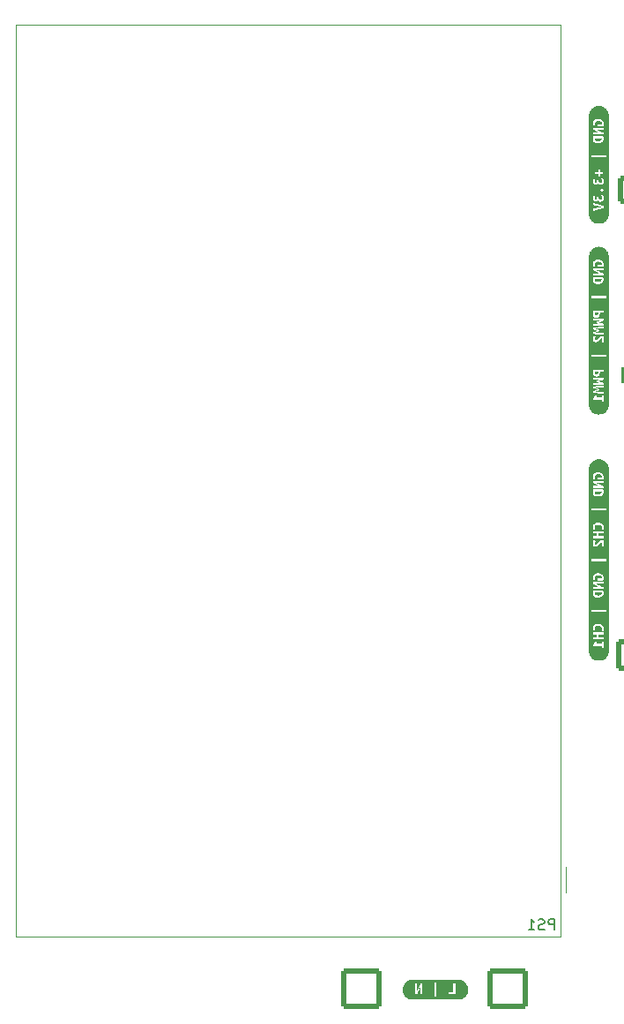
<source format=gbo>
G04 #@! TF.GenerationSoftware,KiCad,Pcbnew,8.0.6*
G04 #@! TF.CreationDate,2025-04-03T20:59:00+02:00*
G04 #@! TF.ProjectId,UV-Lamp,55562d4c-616d-4702-9e6b-696361645f70,v2.0*
G04 #@! TF.SameCoordinates,Original*
G04 #@! TF.FileFunction,Legend,Bot*
G04 #@! TF.FilePolarity,Positive*
%FSLAX46Y46*%
G04 Gerber Fmt 4.6, Leading zero omitted, Abs format (unit mm)*
G04 Created by KiCad (PCBNEW 8.0.6) date 2025-04-03 20:59:00*
%MOMM*%
%LPD*%
G01*
G04 APERTURE LIST*
G04 Aperture macros list*
%AMRoundRect*
0 Rectangle with rounded corners*
0 $1 Rounding radius*
0 $2 $3 $4 $5 $6 $7 $8 $9 X,Y pos of 4 corners*
0 Add a 4 corners polygon primitive as box body*
4,1,4,$2,$3,$4,$5,$6,$7,$8,$9,$2,$3,0*
0 Add four circle primitives for the rounded corners*
1,1,$1+$1,$2,$3*
1,1,$1+$1,$4,$5*
1,1,$1+$1,$6,$7*
1,1,$1+$1,$8,$9*
0 Add four rect primitives between the rounded corners*
20,1,$1+$1,$2,$3,$4,$5,0*
20,1,$1+$1,$4,$5,$6,$7,0*
20,1,$1+$1,$6,$7,$8,$9,0*
20,1,$1+$1,$8,$9,$2,$3,0*%
G04 Aperture macros list end*
%ADD10C,0.150000*%
%ADD11C,0.120000*%
%ADD12C,0.000000*%
%ADD13RoundRect,0.250002X-1.699998X-1.699998X1.699998X-1.699998X1.699998X1.699998X-1.699998X1.699998X0*%
%ADD14C,5.700000*%
%ADD15RoundRect,0.250000X1.125000X-1.125000X1.125000X1.125000X-1.125000X1.125000X-1.125000X-1.125000X0*%
%ADD16C,2.750000*%
%ADD17RoundRect,0.249999X1.300001X-1.300001X1.300001X1.300001X-1.300001X1.300001X-1.300001X-1.300001X0*%
%ADD18C,3.100000*%
%ADD19RoundRect,0.250001X0.799999X-0.799999X0.799999X0.799999X-0.799999X0.799999X-0.799999X-0.799999X0*%
%ADD20C,2.100000*%
%ADD21R,2.500000X2.500000*%
%ADD22C,2.500000*%
%ADD23C,4.000000*%
G04 APERTURE END LIST*
D10*
X159614285Y-143154819D02*
X159614285Y-142154819D01*
X159614285Y-142154819D02*
X159233333Y-142154819D01*
X159233333Y-142154819D02*
X159138095Y-142202438D01*
X159138095Y-142202438D02*
X159090476Y-142250057D01*
X159090476Y-142250057D02*
X159042857Y-142345295D01*
X159042857Y-142345295D02*
X159042857Y-142488152D01*
X159042857Y-142488152D02*
X159090476Y-142583390D01*
X159090476Y-142583390D02*
X159138095Y-142631009D01*
X159138095Y-142631009D02*
X159233333Y-142678628D01*
X159233333Y-142678628D02*
X159614285Y-142678628D01*
X158661904Y-143107200D02*
X158519047Y-143154819D01*
X158519047Y-143154819D02*
X158280952Y-143154819D01*
X158280952Y-143154819D02*
X158185714Y-143107200D01*
X158185714Y-143107200D02*
X158138095Y-143059580D01*
X158138095Y-143059580D02*
X158090476Y-142964342D01*
X158090476Y-142964342D02*
X158090476Y-142869104D01*
X158090476Y-142869104D02*
X158138095Y-142773866D01*
X158138095Y-142773866D02*
X158185714Y-142726247D01*
X158185714Y-142726247D02*
X158280952Y-142678628D01*
X158280952Y-142678628D02*
X158471428Y-142631009D01*
X158471428Y-142631009D02*
X158566666Y-142583390D01*
X158566666Y-142583390D02*
X158614285Y-142535771D01*
X158614285Y-142535771D02*
X158661904Y-142440533D01*
X158661904Y-142440533D02*
X158661904Y-142345295D01*
X158661904Y-142345295D02*
X158614285Y-142250057D01*
X158614285Y-142250057D02*
X158566666Y-142202438D01*
X158566666Y-142202438D02*
X158471428Y-142154819D01*
X158471428Y-142154819D02*
X158233333Y-142154819D01*
X158233333Y-142154819D02*
X158090476Y-142202438D01*
X157138095Y-143154819D02*
X157709523Y-143154819D01*
X157423809Y-143154819D02*
X157423809Y-142154819D01*
X157423809Y-142154819D02*
X157519047Y-142297676D01*
X157519047Y-142297676D02*
X157614285Y-142392914D01*
X157614285Y-142392914D02*
X157709523Y-142440533D01*
D11*
X107857500Y-56400000D02*
X107857500Y-143800000D01*
X107857500Y-143800000D02*
X160257500Y-143800000D01*
X160257500Y-56400000D02*
X107857500Y-56400000D01*
X160257500Y-143800000D02*
X160257500Y-56400000D01*
X160757500Y-137100000D02*
X160757500Y-139600000D01*
D12*
G36*
X150488928Y-147937506D02*
G01*
X150582812Y-147951432D01*
X150674880Y-147974494D01*
X150764243Y-148006469D01*
X150850042Y-148047049D01*
X150931451Y-148095843D01*
X151007685Y-148152382D01*
X151078010Y-148216121D01*
X151141748Y-148286446D01*
X151198287Y-148362680D01*
X151247082Y-148444088D01*
X151287662Y-148529887D01*
X151319636Y-148619251D01*
X151342698Y-148711318D01*
X151356625Y-148805203D01*
X151361282Y-148900000D01*
X151356625Y-148994797D01*
X151342698Y-149088682D01*
X151319636Y-149180749D01*
X151287662Y-149270113D01*
X151247082Y-149355912D01*
X151198287Y-149437320D01*
X151141748Y-149513554D01*
X151078010Y-149583879D01*
X151007685Y-149647618D01*
X150931451Y-149704157D01*
X150850042Y-149752951D01*
X150764243Y-149793531D01*
X150674880Y-149825506D01*
X150582812Y-149848568D01*
X150488928Y-149862494D01*
X150394130Y-149867151D01*
X150124879Y-149867151D01*
X149496446Y-149867151D01*
X148118417Y-149867151D01*
X146435057Y-149867151D01*
X146275121Y-149867151D01*
X146005870Y-149867151D01*
X145911072Y-149862494D01*
X145817188Y-149848568D01*
X145725120Y-149825506D01*
X145635757Y-149793531D01*
X145549958Y-149752951D01*
X145468549Y-149704157D01*
X145392315Y-149647618D01*
X145337460Y-149597900D01*
X148118417Y-149597900D01*
X148318740Y-149597900D01*
X148318740Y-149166559D01*
X149496446Y-149166559D01*
X149496446Y-149331341D01*
X150124879Y-149331341D01*
X150124879Y-148331341D01*
X149924556Y-148331341D01*
X149924556Y-149166559D01*
X149496446Y-149166559D01*
X148318740Y-149166559D01*
X148318740Y-148202100D01*
X148118417Y-148202100D01*
X148118417Y-149597900D01*
X145337460Y-149597900D01*
X145321990Y-149583879D01*
X145258252Y-149513554D01*
X145201713Y-149437320D01*
X145152918Y-149355912D01*
X145141297Y-149331341D01*
X146275121Y-149331341D01*
X146435057Y-149331341D01*
X146481637Y-149220499D01*
X146530910Y-149109837D01*
X146582876Y-148999354D01*
X146637534Y-148888871D01*
X146694884Y-148778209D01*
X146754927Y-148667367D01*
X146754927Y-149331341D01*
X146934249Y-149331341D01*
X146934249Y-148331341D01*
X146774313Y-148331341D01*
X146729079Y-148405452D01*
X146683845Y-148485622D01*
X146639216Y-148568619D01*
X146595800Y-148651212D01*
X146554604Y-148732391D01*
X146516640Y-148811147D01*
X146482916Y-148883845D01*
X146454443Y-148946850D01*
X146454443Y-148331341D01*
X146275121Y-148331341D01*
X146275121Y-149331341D01*
X145141297Y-149331341D01*
X145112338Y-149270113D01*
X145080364Y-149180749D01*
X145057302Y-149088682D01*
X145043375Y-148994797D01*
X145038718Y-148900000D01*
X145043375Y-148805203D01*
X145057302Y-148711318D01*
X145080364Y-148619251D01*
X145112338Y-148529887D01*
X145152918Y-148444088D01*
X145201713Y-148362680D01*
X145258252Y-148286446D01*
X145321990Y-148216121D01*
X145392315Y-148152382D01*
X145468549Y-148095843D01*
X145549958Y-148047049D01*
X145635757Y-148006469D01*
X145725120Y-147974494D01*
X145817188Y-147951432D01*
X145911072Y-147937506D01*
X146005870Y-147932849D01*
X146275121Y-147932849D01*
X150124879Y-147932849D01*
X150394130Y-147932849D01*
X150488928Y-147937506D01*
G37*
G36*
X163820840Y-84058643D02*
G01*
X163811349Y-84142246D01*
X163782876Y-84202423D01*
X163731381Y-84238772D01*
X163652827Y-84250889D01*
X163578312Y-84238974D01*
X163529241Y-84203231D01*
X163501979Y-84147698D01*
X163492892Y-84076414D01*
X163493700Y-84027141D01*
X163497738Y-83977868D01*
X163820840Y-83977868D01*
X163820840Y-84058643D01*
G37*
G36*
X163820840Y-89712924D02*
G01*
X163811349Y-89796527D01*
X163782876Y-89856704D01*
X163731381Y-89893053D01*
X163652827Y-89905170D01*
X163578312Y-89893255D01*
X163529241Y-89857512D01*
X163501979Y-89801979D01*
X163492892Y-89730695D01*
X163493700Y-89681422D01*
X163497738Y-89632149D01*
X163820840Y-89632149D01*
X163820840Y-89712924D01*
G37*
G36*
X164171405Y-80764620D02*
G01*
X164171405Y-80782391D01*
X164145557Y-80896284D01*
X164074475Y-80970598D01*
X163967044Y-81010985D01*
X163901817Y-81020073D01*
X163830533Y-81023102D01*
X163704523Y-81013409D01*
X163596284Y-80979483D01*
X163521163Y-80913247D01*
X163492892Y-80805008D01*
X163493700Y-80775929D01*
X163497738Y-80746850D01*
X164169790Y-80746850D01*
X164171405Y-80764620D01*
G37*
G36*
X164867151Y-80226656D02*
G01*
X164867151Y-80761389D01*
X164867151Y-82582068D01*
X164867151Y-83977868D01*
X164867151Y-85213732D01*
X164867151Y-86078029D01*
X164867151Y-86861551D01*
X164867151Y-88236349D01*
X164867151Y-89632149D01*
X164867151Y-90868013D01*
X164867151Y-91732310D01*
X164867151Y-92510985D01*
X164867151Y-92780237D01*
X164862494Y-92875034D01*
X164848568Y-92968919D01*
X164825506Y-93060986D01*
X164793531Y-93150350D01*
X164752951Y-93236149D01*
X164704157Y-93317557D01*
X164647618Y-93393791D01*
X164583879Y-93464116D01*
X164513554Y-93527855D01*
X164437320Y-93584394D01*
X164355912Y-93633188D01*
X164270113Y-93673768D01*
X164180749Y-93705743D01*
X164088682Y-93728805D01*
X163994797Y-93742731D01*
X163900000Y-93747388D01*
X163805203Y-93742731D01*
X163711318Y-93728805D01*
X163619251Y-93705743D01*
X163529887Y-93673768D01*
X163444088Y-93633188D01*
X163362680Y-93584394D01*
X163286446Y-93527855D01*
X163216121Y-93464116D01*
X163152382Y-93393791D01*
X163095843Y-93317557D01*
X163047049Y-93236149D01*
X163006469Y-93150350D01*
X162974494Y-93060986D01*
X162951432Y-92968919D01*
X162937506Y-92875034D01*
X162932849Y-92780237D01*
X162932849Y-92510985D01*
X162932849Y-92176575D01*
X163331341Y-92176575D01*
X163331341Y-92312278D01*
X164166559Y-92312278D01*
X164166559Y-92510985D01*
X164331341Y-92510985D01*
X164331341Y-91903554D01*
X164166559Y-91903554D01*
X164166559Y-92113570D01*
X163607593Y-92113570D01*
X163664943Y-92010178D01*
X163704523Y-91911632D01*
X163539742Y-91847011D01*
X163502585Y-91931018D01*
X163452504Y-92021486D01*
X163394346Y-92107108D01*
X163331341Y-92176575D01*
X162932849Y-92176575D01*
X162932849Y-91057027D01*
X163331341Y-91057027D01*
X163331341Y-91221809D01*
X163418578Y-91250081D01*
X163533279Y-91286430D01*
X163657674Y-91325202D01*
X163773990Y-91362359D01*
X163650404Y-91402746D01*
X163527625Y-91443134D01*
X163416963Y-91478675D01*
X163331341Y-91507754D01*
X163331341Y-91672536D01*
X163460582Y-91683643D01*
X163586591Y-91694346D01*
X163710380Y-91704039D01*
X163832956Y-91712116D01*
X163955331Y-91718780D01*
X164078514Y-91724233D01*
X164203514Y-91728675D01*
X164331341Y-91732310D01*
X164331341Y-91549758D01*
X163554281Y-91559451D01*
X163977544Y-91436672D01*
X163977544Y-91291276D01*
X163554281Y-91173344D01*
X164331341Y-91181422D01*
X164331341Y-90998869D01*
X164206139Y-91003918D01*
X164076090Y-91009370D01*
X163944023Y-91015226D01*
X163812763Y-91021486D01*
X163683926Y-91028554D01*
X163559128Y-91036834D01*
X163440792Y-91046325D01*
X163331341Y-91057027D01*
X162932849Y-91057027D01*
X162932849Y-90191115D01*
X163331341Y-90191115D01*
X163331341Y-90375283D01*
X163428271Y-90373667D01*
X163528433Y-90372052D01*
X163630008Y-90370436D01*
X163731179Y-90368821D01*
X163830937Y-90367205D01*
X163928271Y-90365590D01*
X164021365Y-90364378D01*
X164108401Y-90363974D01*
X163995315Y-90397092D01*
X163874152Y-90432633D01*
X163764297Y-90464136D01*
X163685137Y-90486753D01*
X163685137Y-90632149D01*
X163761066Y-90651535D01*
X163861228Y-90679806D01*
X163979160Y-90713732D01*
X164108401Y-90750081D01*
X164021365Y-90749677D01*
X163928271Y-90748465D01*
X163831139Y-90746850D01*
X163731987Y-90745234D01*
X163631220Y-90743619D01*
X163529241Y-90742003D01*
X163428473Y-90740792D01*
X163331341Y-90740388D01*
X163331341Y-90924556D01*
X163455937Y-90919709D01*
X163584168Y-90914863D01*
X163713813Y-90909612D01*
X163842649Y-90903554D01*
X163970073Y-90896486D01*
X164095477Y-90888207D01*
X164216640Y-90878716D01*
X164331341Y-90868013D01*
X164331341Y-90703231D01*
X164225727Y-90667690D01*
X164112439Y-90632149D01*
X163997940Y-90596607D01*
X163888691Y-90561066D01*
X163994911Y-90524717D01*
X164110016Y-90486753D01*
X164225121Y-90449596D01*
X164331341Y-90415670D01*
X164331341Y-90250889D01*
X164216438Y-90238772D01*
X164094669Y-90228271D01*
X163968659Y-90219184D01*
X163841034Y-90211309D01*
X163712197Y-90204645D01*
X163582553Y-90199192D01*
X163454725Y-90194750D01*
X163331341Y-90191115D01*
X162932849Y-90191115D01*
X162932849Y-89708078D01*
X163320032Y-89708078D01*
X163328738Y-89825651D01*
X163354856Y-89924197D01*
X163398384Y-90003716D01*
X163461659Y-90062053D01*
X163547011Y-90097056D01*
X163654443Y-90108724D01*
X163762951Y-90096966D01*
X163849381Y-90061694D01*
X163913732Y-90002908D01*
X163958158Y-89922581D01*
X163984814Y-89822689D01*
X163993700Y-89703231D01*
X163993700Y-89632149D01*
X164331341Y-89632149D01*
X164331341Y-89433441D01*
X163344265Y-89433441D01*
X163332956Y-89498869D01*
X163325687Y-89572375D01*
X163321648Y-89645073D01*
X163320032Y-89708078D01*
X162932849Y-89708078D01*
X162932849Y-88036026D01*
X163202100Y-88036026D01*
X163202100Y-88236349D01*
X164597900Y-88236349D01*
X164597900Y-88036026D01*
X163202100Y-88036026D01*
X162932849Y-88036026D01*
X162932849Y-86502908D01*
X163308724Y-86502908D01*
X163326494Y-86620840D01*
X163379806Y-86721002D01*
X163469467Y-86790468D01*
X163594669Y-86816317D01*
X163694023Y-86796931D01*
X163786914Y-86745234D01*
X163874152Y-86672536D01*
X163954927Y-86590145D01*
X164000969Y-86541680D01*
X164055897Y-86489984D01*
X164113247Y-86448788D01*
X164166559Y-86431826D01*
X164166559Y-86861551D01*
X164331341Y-86861551D01*
X164331341Y-86208885D01*
X164290953Y-86204847D01*
X164257027Y-86205654D01*
X164179483Y-86213126D01*
X164108401Y-86235541D01*
X164043174Y-86269467D01*
X163983199Y-86311470D01*
X163927868Y-86359128D01*
X163876575Y-86410016D01*
X163828312Y-86460905D01*
X163782068Y-86508562D01*
X163694830Y-86584491D01*
X163609208Y-86614378D01*
X163514701Y-86577221D01*
X163481583Y-86483522D01*
X163504200Y-86384976D01*
X163580129Y-86283199D01*
X163441195Y-86184653D01*
X163382229Y-86254321D01*
X163341034Y-86334087D01*
X163316801Y-86418700D01*
X163308724Y-86502908D01*
X162932849Y-86502908D01*
X162932849Y-85402746D01*
X163331341Y-85402746D01*
X163331341Y-85567528D01*
X163418578Y-85595800D01*
X163533279Y-85632149D01*
X163657674Y-85670921D01*
X163773990Y-85708078D01*
X163650404Y-85748465D01*
X163527625Y-85788853D01*
X163416963Y-85824394D01*
X163331341Y-85853473D01*
X163331341Y-86018255D01*
X163460582Y-86029362D01*
X163586591Y-86040065D01*
X163710380Y-86049758D01*
X163832956Y-86057835D01*
X163955331Y-86064499D01*
X164078514Y-86069952D01*
X164203514Y-86074394D01*
X164331341Y-86078029D01*
X164331341Y-85895477D01*
X163554281Y-85905170D01*
X163977544Y-85782391D01*
X163977544Y-85636995D01*
X163554281Y-85519063D01*
X164331341Y-85527141D01*
X164331341Y-85344588D01*
X164206139Y-85349637D01*
X164076090Y-85355089D01*
X163944023Y-85360945D01*
X163812763Y-85367205D01*
X163683926Y-85374273D01*
X163559128Y-85382553D01*
X163440792Y-85392044D01*
X163331341Y-85402746D01*
X162932849Y-85402746D01*
X162932849Y-84536834D01*
X163331341Y-84536834D01*
X163331341Y-84721002D01*
X163428271Y-84719386D01*
X163528433Y-84717771D01*
X163630008Y-84716155D01*
X163731179Y-84714540D01*
X163830937Y-84712924D01*
X163928271Y-84711309D01*
X164021365Y-84710097D01*
X164108401Y-84709693D01*
X163995315Y-84742811D01*
X163874152Y-84778352D01*
X163764297Y-84809855D01*
X163685137Y-84832472D01*
X163685137Y-84977868D01*
X163761066Y-84997254D01*
X163861228Y-85025525D01*
X163979160Y-85059451D01*
X164108401Y-85095800D01*
X164021365Y-85095396D01*
X163928271Y-85094184D01*
X163831139Y-85092569D01*
X163731987Y-85090953D01*
X163631220Y-85089338D01*
X163529241Y-85087722D01*
X163428473Y-85086511D01*
X163331341Y-85086107D01*
X163331341Y-85270275D01*
X163455937Y-85265428D01*
X163584168Y-85260582D01*
X163713813Y-85255331D01*
X163842649Y-85249273D01*
X163970073Y-85242205D01*
X164095477Y-85233926D01*
X164216640Y-85224435D01*
X164331341Y-85213732D01*
X164331341Y-85048950D01*
X164225727Y-85013409D01*
X164112439Y-84977868D01*
X163997940Y-84942326D01*
X163888691Y-84906785D01*
X163994911Y-84870436D01*
X164110016Y-84832472D01*
X164225121Y-84795315D01*
X164331341Y-84761389D01*
X164331341Y-84596607D01*
X164216438Y-84584491D01*
X164094669Y-84573990D01*
X163968659Y-84564903D01*
X163841034Y-84557027D01*
X163712197Y-84550363D01*
X163582553Y-84544911D01*
X163454725Y-84540468D01*
X163331341Y-84536834D01*
X162932849Y-84536834D01*
X162932849Y-84053796D01*
X163320032Y-84053796D01*
X163328738Y-84171370D01*
X163354856Y-84269916D01*
X163398384Y-84349435D01*
X163461659Y-84407772D01*
X163547011Y-84442775D01*
X163654443Y-84454443D01*
X163762951Y-84442685D01*
X163849381Y-84407413D01*
X163913732Y-84348627D01*
X163958158Y-84268300D01*
X163984814Y-84168408D01*
X163993700Y-84048950D01*
X163993700Y-83977868D01*
X164331341Y-83977868D01*
X164331341Y-83779160D01*
X163344265Y-83779160D01*
X163332956Y-83844588D01*
X163325687Y-83918094D01*
X163321648Y-83990792D01*
X163320032Y-84053796D01*
X162932849Y-84053796D01*
X162932849Y-82381745D01*
X163202100Y-82381745D01*
X163202100Y-82582068D01*
X164597900Y-82582068D01*
X164597900Y-82381745D01*
X163202100Y-82381745D01*
X162932849Y-82381745D01*
X162932849Y-80787237D01*
X163320032Y-80787237D01*
X163327302Y-80881543D01*
X163349111Y-80967367D01*
X163386470Y-81042690D01*
X163440388Y-81105493D01*
X163511066Y-81155775D01*
X163598708Y-81193538D01*
X163704725Y-81217165D01*
X163830533Y-81225040D01*
X163959168Y-81216357D01*
X164067205Y-81190307D01*
X164155856Y-81148910D01*
X164226333Y-81094184D01*
X164279443Y-81026939D01*
X164315994Y-80947981D01*
X164337197Y-80858926D01*
X164344265Y-80761389D01*
X164338611Y-80657189D01*
X164320032Y-80548142D01*
X163344265Y-80548142D01*
X163324879Y-80675767D01*
X163320032Y-80787237D01*
X162932849Y-80787237D01*
X162932849Y-79727464D01*
X163331341Y-79727464D01*
X163331341Y-79887399D01*
X163405452Y-79932633D01*
X163485622Y-79977868D01*
X163568619Y-80022496D01*
X163651212Y-80065913D01*
X163732391Y-80107108D01*
X163811147Y-80145073D01*
X163883845Y-80178796D01*
X163946850Y-80207270D01*
X163331341Y-80207270D01*
X163331341Y-80386591D01*
X164331341Y-80386591D01*
X164331341Y-80226656D01*
X164220499Y-80180075D01*
X164109837Y-80130802D01*
X163999354Y-80078837D01*
X163888871Y-80024179D01*
X163778209Y-79966828D01*
X163667367Y-79906785D01*
X164331341Y-79906785D01*
X164331341Y-79727464D01*
X163331341Y-79727464D01*
X162932849Y-79727464D01*
X162932849Y-79321971D01*
X163308724Y-79321971D01*
X163317609Y-79426171D01*
X163337803Y-79506139D01*
X163362036Y-79561874D01*
X163381422Y-79594992D01*
X163539742Y-79543296D01*
X163499354Y-79456058D01*
X163481583Y-79349435D01*
X163507431Y-79229887D01*
X163579321Y-79149919D01*
X163689176Y-79104685D01*
X163756422Y-79094386D01*
X163830533Y-79090953D01*
X163939580Y-79097236D01*
X164027625Y-79116083D01*
X164094669Y-79147496D01*
X164158279Y-79217367D01*
X164179483Y-79313893D01*
X164177868Y-79352666D01*
X164173021Y-79391438D01*
X163807916Y-79391438D01*
X163807916Y-79590145D01*
X164307108Y-79590145D01*
X164336187Y-79479483D01*
X164348304Y-79396486D01*
X164352342Y-79297738D01*
X164344063Y-79208683D01*
X164319225Y-79128918D01*
X164278029Y-79059249D01*
X164220679Y-79000485D01*
X164147173Y-78953231D01*
X164057512Y-78918094D01*
X163951898Y-78896284D01*
X163830533Y-78889015D01*
X163710380Y-78897496D01*
X163605170Y-78922940D01*
X163515307Y-78962924D01*
X163441195Y-79015024D01*
X163383239Y-79078433D01*
X163341842Y-79152342D01*
X163317003Y-79234330D01*
X163308724Y-79321971D01*
X162932849Y-79321971D01*
X162932849Y-78889015D01*
X162932849Y-78619763D01*
X162937506Y-78524966D01*
X162951432Y-78431081D01*
X162974494Y-78339014D01*
X163006469Y-78249650D01*
X163047049Y-78163851D01*
X163095843Y-78082443D01*
X163152382Y-78006209D01*
X163216121Y-77935884D01*
X163286446Y-77872145D01*
X163362680Y-77815606D01*
X163444088Y-77766812D01*
X163529887Y-77726232D01*
X163619251Y-77694257D01*
X163711318Y-77671195D01*
X163805203Y-77657269D01*
X163900000Y-77652612D01*
X163994797Y-77657269D01*
X164088682Y-77671195D01*
X164180749Y-77694257D01*
X164270113Y-77726232D01*
X164355912Y-77766812D01*
X164437320Y-77815606D01*
X164513554Y-77872145D01*
X164583879Y-77935884D01*
X164647618Y-78006209D01*
X164704157Y-78082443D01*
X164752951Y-78163851D01*
X164793531Y-78249650D01*
X164825506Y-78339014D01*
X164848568Y-78431081D01*
X164862494Y-78524966D01*
X164867151Y-78619763D01*
X164867151Y-78889015D01*
X164867151Y-79297738D01*
X164867151Y-80226656D01*
G37*
G36*
X164171405Y-101149111D02*
G01*
X164171405Y-101166882D01*
X164145557Y-101280775D01*
X164074475Y-101355089D01*
X163967044Y-101395477D01*
X163901817Y-101404564D01*
X163830533Y-101407593D01*
X163704523Y-101397900D01*
X163596284Y-101363974D01*
X163521163Y-101297738D01*
X163492892Y-101189499D01*
X163493700Y-101160420D01*
X163497738Y-101131341D01*
X164169790Y-101131341D01*
X164171405Y-101149111D01*
G37*
G36*
X164171405Y-110842165D02*
G01*
X164171405Y-110859935D01*
X164145557Y-110973829D01*
X164074475Y-111048142D01*
X163967044Y-111088530D01*
X163901817Y-111097617D01*
X163830533Y-111100646D01*
X163704523Y-111090953D01*
X163596284Y-111057027D01*
X163521163Y-110990792D01*
X163492892Y-110882553D01*
X163493700Y-110853473D01*
X163497738Y-110824394D01*
X164169790Y-110824394D01*
X164171405Y-110842165D01*
G37*
G36*
X164867151Y-100611147D02*
G01*
X164867151Y-101145880D01*
X164867151Y-102966559D01*
X164867151Y-104554604D01*
X164867151Y-105619225D01*
X164867151Y-106438288D01*
X164867151Y-107813086D01*
X164867151Y-109375283D01*
X164867151Y-110304200D01*
X164867151Y-110838934D01*
X164867151Y-112659612D01*
X164867151Y-114247658D01*
X164867151Y-115312278D01*
X164867151Y-116126494D01*
X164867151Y-116395746D01*
X164862494Y-116490543D01*
X164848568Y-116584428D01*
X164825506Y-116676495D01*
X164793531Y-116765859D01*
X164752951Y-116851658D01*
X164704157Y-116933066D01*
X164647618Y-117009300D01*
X164583879Y-117079625D01*
X164513554Y-117143364D01*
X164437320Y-117199903D01*
X164355912Y-117248697D01*
X164270113Y-117289277D01*
X164180749Y-117321252D01*
X164088682Y-117344314D01*
X163994797Y-117358240D01*
X163900000Y-117362897D01*
X163805203Y-117358240D01*
X163711318Y-117344314D01*
X163619251Y-117321252D01*
X163529887Y-117289277D01*
X163444088Y-117248697D01*
X163362680Y-117199903D01*
X163286446Y-117143364D01*
X163216121Y-117079625D01*
X163152382Y-117009300D01*
X163095843Y-116933066D01*
X163047049Y-116851658D01*
X163006469Y-116765859D01*
X162974494Y-116676495D01*
X162951432Y-116584428D01*
X162937506Y-116490543D01*
X162932849Y-116395746D01*
X162932849Y-116126494D01*
X162932849Y-115792084D01*
X163331341Y-115792084D01*
X163331341Y-115927787D01*
X164166559Y-115927787D01*
X164166559Y-116126494D01*
X164331341Y-116126494D01*
X164331341Y-115519063D01*
X164166559Y-115519063D01*
X164166559Y-115729079D01*
X163607593Y-115729079D01*
X163664943Y-115625687D01*
X163704523Y-115527141D01*
X163539742Y-115462520D01*
X163502585Y-115546527D01*
X163452504Y-115636995D01*
X163394346Y-115722617D01*
X163331341Y-115792084D01*
X162932849Y-115792084D01*
X162932849Y-114649919D01*
X163331341Y-114649919D01*
X163331341Y-114848627D01*
X163725525Y-114848627D01*
X163725525Y-115113570D01*
X163331341Y-115113570D01*
X163331341Y-115312278D01*
X164331341Y-115312278D01*
X164331341Y-115113570D01*
X163890307Y-115113570D01*
X163890307Y-114848627D01*
X164331341Y-114848627D01*
X164331341Y-114649919D01*
X163331341Y-114649919D01*
X162932849Y-114649919D01*
X162932849Y-114267044D01*
X163308724Y-114267044D01*
X163317609Y-114363166D01*
X163337803Y-114438288D01*
X163362036Y-114492407D01*
X163381422Y-114525525D01*
X163539742Y-114473829D01*
X163498546Y-114384168D01*
X163481583Y-114263813D01*
X163498546Y-114172536D01*
X163555089Y-114093376D01*
X163660905Y-114036834D01*
X163735218Y-114020477D01*
X163825687Y-114015024D01*
X163930964Y-114021576D01*
X164018471Y-114041231D01*
X164088207Y-114073990D01*
X164156664Y-114151737D01*
X164179483Y-114267044D01*
X164161712Y-114395477D01*
X164126171Y-114477060D01*
X164282876Y-114527141D01*
X164330533Y-114413247D01*
X164346890Y-114335905D01*
X164352342Y-114247658D01*
X164337264Y-114117699D01*
X164292030Y-114009998D01*
X164216640Y-113924556D01*
X164141620Y-113875788D01*
X164052262Y-113840953D01*
X163948566Y-113820053D01*
X163830533Y-113813086D01*
X163713005Y-113821567D01*
X163609208Y-113847011D01*
X163519750Y-113887601D01*
X163445234Y-113941519D01*
X163386268Y-114007754D01*
X163343457Y-114085299D01*
X163317407Y-114172334D01*
X163308724Y-114267044D01*
X162932849Y-114267044D01*
X162932849Y-112459289D01*
X163202100Y-112459289D01*
X163202100Y-112659612D01*
X164597900Y-112659612D01*
X164597900Y-112459289D01*
X163202100Y-112459289D01*
X162932849Y-112459289D01*
X162932849Y-110864782D01*
X163320032Y-110864782D01*
X163327302Y-110959087D01*
X163349111Y-111044911D01*
X163386470Y-111120234D01*
X163440388Y-111183037D01*
X163511066Y-111233320D01*
X163598708Y-111271082D01*
X163704725Y-111294709D01*
X163830533Y-111302585D01*
X163959168Y-111293901D01*
X164067205Y-111267851D01*
X164155856Y-111226454D01*
X164226333Y-111171729D01*
X164279443Y-111104483D01*
X164315994Y-111025525D01*
X164337197Y-110936470D01*
X164344265Y-110838934D01*
X164338611Y-110734733D01*
X164320032Y-110625687D01*
X163344265Y-110625687D01*
X163324879Y-110753312D01*
X163320032Y-110864782D01*
X162932849Y-110864782D01*
X162932849Y-109805008D01*
X163331341Y-109805008D01*
X163331341Y-109964943D01*
X163405452Y-110010178D01*
X163485622Y-110055412D01*
X163568619Y-110100040D01*
X163651212Y-110143457D01*
X163732391Y-110184653D01*
X163811147Y-110222617D01*
X163883845Y-110256341D01*
X163946850Y-110284814D01*
X163331341Y-110284814D01*
X163331341Y-110464136D01*
X164331341Y-110464136D01*
X164331341Y-110304200D01*
X164220499Y-110257620D01*
X164109837Y-110208347D01*
X163999354Y-110156381D01*
X163888871Y-110101723D01*
X163778209Y-110044373D01*
X163667367Y-109984330D01*
X164331341Y-109984330D01*
X164331341Y-109805008D01*
X163331341Y-109805008D01*
X162932849Y-109805008D01*
X162932849Y-109399515D01*
X163308724Y-109399515D01*
X163317609Y-109503716D01*
X163337803Y-109583683D01*
X163362036Y-109639418D01*
X163381422Y-109672536D01*
X163539742Y-109620840D01*
X163499354Y-109533603D01*
X163481583Y-109426979D01*
X163507431Y-109307431D01*
X163579321Y-109227464D01*
X163689176Y-109182229D01*
X163756422Y-109171931D01*
X163830533Y-109168498D01*
X163939580Y-109174780D01*
X164027625Y-109193628D01*
X164094669Y-109225040D01*
X164158279Y-109294911D01*
X164179483Y-109391438D01*
X164177868Y-109430210D01*
X164173021Y-109468982D01*
X163807916Y-109468982D01*
X163807916Y-109667690D01*
X164307108Y-109667690D01*
X164336187Y-109557027D01*
X164348304Y-109474031D01*
X164352342Y-109375283D01*
X164344063Y-109286228D01*
X164319225Y-109206462D01*
X164278029Y-109136793D01*
X164220679Y-109078029D01*
X164147173Y-109030775D01*
X164057512Y-108995638D01*
X163951898Y-108973829D01*
X163830533Y-108966559D01*
X163710380Y-108975040D01*
X163605170Y-109000485D01*
X163515307Y-109040468D01*
X163441195Y-109092569D01*
X163383239Y-109155977D01*
X163341842Y-109229887D01*
X163317003Y-109311874D01*
X163308724Y-109399515D01*
X162932849Y-109399515D01*
X162932849Y-107612763D01*
X163202100Y-107612763D01*
X163202100Y-107813086D01*
X164597900Y-107813086D01*
X164597900Y-107612763D01*
X163202100Y-107612763D01*
X162932849Y-107612763D01*
X162932849Y-106079645D01*
X163308724Y-106079645D01*
X163326494Y-106197577D01*
X163379806Y-106297738D01*
X163469467Y-106367205D01*
X163594669Y-106393053D01*
X163694023Y-106373667D01*
X163786914Y-106321971D01*
X163874152Y-106249273D01*
X163954927Y-106166882D01*
X164000969Y-106118417D01*
X164055897Y-106066721D01*
X164113247Y-106025525D01*
X164166559Y-106008562D01*
X164166559Y-106438288D01*
X164331341Y-106438288D01*
X164331341Y-105785622D01*
X164290953Y-105781583D01*
X164257027Y-105782391D01*
X164179483Y-105789863D01*
X164108401Y-105812278D01*
X164043174Y-105846204D01*
X163983199Y-105888207D01*
X163927868Y-105935864D01*
X163876575Y-105986753D01*
X163828312Y-106037641D01*
X163782068Y-106085299D01*
X163694830Y-106161228D01*
X163609208Y-106191115D01*
X163514701Y-106153958D01*
X163481583Y-106060258D01*
X163504200Y-105961712D01*
X163580129Y-105859935D01*
X163441195Y-105761389D01*
X163382229Y-105831058D01*
X163341034Y-105910824D01*
X163316801Y-105995436D01*
X163308724Y-106079645D01*
X162932849Y-106079645D01*
X162932849Y-104956866D01*
X163331341Y-104956866D01*
X163331341Y-105155574D01*
X163725525Y-105155574D01*
X163725525Y-105420517D01*
X163331341Y-105420517D01*
X163331341Y-105619225D01*
X164331341Y-105619225D01*
X164331341Y-105420517D01*
X163890307Y-105420517D01*
X163890307Y-105155574D01*
X164331341Y-105155574D01*
X164331341Y-104956866D01*
X163331341Y-104956866D01*
X162932849Y-104956866D01*
X162932849Y-104573990D01*
X163308724Y-104573990D01*
X163317609Y-104670113D01*
X163337803Y-104745234D01*
X163362036Y-104799354D01*
X163381422Y-104832472D01*
X163539742Y-104780775D01*
X163498546Y-104691115D01*
X163481583Y-104570759D01*
X163498546Y-104479483D01*
X163555089Y-104400323D01*
X163660905Y-104343780D01*
X163735218Y-104327423D01*
X163825687Y-104321971D01*
X163930964Y-104328523D01*
X164018471Y-104348178D01*
X164088207Y-104380937D01*
X164156664Y-104458683D01*
X164179483Y-104573990D01*
X164161712Y-104702423D01*
X164126171Y-104784006D01*
X164282876Y-104834087D01*
X164330533Y-104720194D01*
X164346890Y-104642851D01*
X164352342Y-104554604D01*
X164337264Y-104424645D01*
X164292030Y-104316945D01*
X164216640Y-104231502D01*
X164141620Y-104182734D01*
X164052262Y-104147900D01*
X163948566Y-104126999D01*
X163830533Y-104120032D01*
X163713005Y-104128514D01*
X163609208Y-104153958D01*
X163519750Y-104194548D01*
X163445234Y-104248465D01*
X163386268Y-104314701D01*
X163343457Y-104392246D01*
X163317407Y-104479281D01*
X163308724Y-104573990D01*
X162932849Y-104573990D01*
X162932849Y-102766236D01*
X163202100Y-102766236D01*
X163202100Y-102966559D01*
X164597900Y-102966559D01*
X164597900Y-102766236D01*
X163202100Y-102766236D01*
X162932849Y-102766236D01*
X162932849Y-101171729D01*
X163320032Y-101171729D01*
X163327302Y-101266034D01*
X163349111Y-101351858D01*
X163386470Y-101427181D01*
X163440388Y-101489984D01*
X163511066Y-101540267D01*
X163598708Y-101578029D01*
X163704725Y-101601656D01*
X163830533Y-101609532D01*
X163959168Y-101600848D01*
X164067205Y-101574798D01*
X164155856Y-101533401D01*
X164226333Y-101478675D01*
X164279443Y-101411430D01*
X164315994Y-101332472D01*
X164337197Y-101243417D01*
X164344265Y-101145880D01*
X164338611Y-101041680D01*
X164320032Y-100932633D01*
X163344265Y-100932633D01*
X163324879Y-101060258D01*
X163320032Y-101171729D01*
X162932849Y-101171729D01*
X162932849Y-100111955D01*
X163331341Y-100111955D01*
X163331341Y-100271890D01*
X163405452Y-100317124D01*
X163485622Y-100362359D01*
X163568619Y-100406987D01*
X163651212Y-100450404D01*
X163732391Y-100491599D01*
X163811147Y-100529564D01*
X163883845Y-100563288D01*
X163946850Y-100591761D01*
X163331341Y-100591761D01*
X163331341Y-100771082D01*
X164331341Y-100771082D01*
X164331341Y-100611147D01*
X164220499Y-100564567D01*
X164109837Y-100515293D01*
X163999354Y-100463328D01*
X163888871Y-100408670D01*
X163778209Y-100351319D01*
X163667367Y-100291276D01*
X164331341Y-100291276D01*
X164331341Y-100111955D01*
X163331341Y-100111955D01*
X162932849Y-100111955D01*
X162932849Y-99706462D01*
X163308724Y-99706462D01*
X163317609Y-99810662D01*
X163337803Y-99890630D01*
X163362036Y-99946365D01*
X163381422Y-99979483D01*
X163539742Y-99927787D01*
X163499354Y-99840549D01*
X163481583Y-99733926D01*
X163507431Y-99614378D01*
X163579321Y-99534410D01*
X163689176Y-99489176D01*
X163756422Y-99478877D01*
X163830533Y-99475444D01*
X163939580Y-99481727D01*
X164027625Y-99500574D01*
X164094669Y-99531987D01*
X164158279Y-99601858D01*
X164179483Y-99698384D01*
X164177868Y-99737157D01*
X164173021Y-99775929D01*
X163807916Y-99775929D01*
X163807916Y-99974637D01*
X164307108Y-99974637D01*
X164336187Y-99863974D01*
X164348304Y-99780977D01*
X164352342Y-99682229D01*
X164344063Y-99593174D01*
X164319225Y-99513409D01*
X164278029Y-99443740D01*
X164220679Y-99384976D01*
X164147173Y-99337722D01*
X164057512Y-99302585D01*
X163951898Y-99280775D01*
X163830533Y-99273506D01*
X163710380Y-99281987D01*
X163605170Y-99307431D01*
X163515307Y-99347415D01*
X163441195Y-99399515D01*
X163383239Y-99462924D01*
X163341842Y-99536834D01*
X163317003Y-99618821D01*
X163308724Y-99706462D01*
X162932849Y-99706462D01*
X162932849Y-99273506D01*
X162932849Y-99004254D01*
X162937506Y-98909457D01*
X162951432Y-98815572D01*
X162974494Y-98723505D01*
X163006469Y-98634141D01*
X163047049Y-98548342D01*
X163095843Y-98466934D01*
X163152382Y-98390700D01*
X163216121Y-98320375D01*
X163286446Y-98256636D01*
X163362680Y-98200097D01*
X163444088Y-98151303D01*
X163529887Y-98110723D01*
X163619251Y-98078748D01*
X163711318Y-98055686D01*
X163805203Y-98041760D01*
X163900000Y-98037103D01*
X163994797Y-98041760D01*
X164088682Y-98055686D01*
X164180749Y-98078748D01*
X164270113Y-98110723D01*
X164355912Y-98151303D01*
X164437320Y-98200097D01*
X164513554Y-98256636D01*
X164583879Y-98320375D01*
X164647618Y-98390700D01*
X164704157Y-98466934D01*
X164752951Y-98548342D01*
X164793531Y-98634141D01*
X164825506Y-98723505D01*
X164848568Y-98815572D01*
X164862494Y-98909457D01*
X164867151Y-99004254D01*
X164867151Y-99273506D01*
X164867151Y-99682229D01*
X164867151Y-100611147D01*
G37*
G36*
X164171405Y-67264459D02*
G01*
X164171405Y-67282229D01*
X164145557Y-67396123D01*
X164074475Y-67470436D01*
X163967044Y-67510824D01*
X163901817Y-67519911D01*
X163830533Y-67522940D01*
X163704523Y-67513247D01*
X163596284Y-67479321D01*
X163521163Y-67413086D01*
X163492892Y-67304847D01*
X163493700Y-67275767D01*
X163497738Y-67246688D01*
X164169790Y-67246688D01*
X164171405Y-67264459D01*
G37*
G36*
X164867151Y-66726494D02*
G01*
X164867151Y-67261228D01*
X164867151Y-69081906D01*
X164867151Y-70681260D01*
X164867151Y-71343619D01*
X164867151Y-72212763D01*
X164867151Y-72959128D01*
X164867151Y-73723263D01*
X164867151Y-74211147D01*
X164867151Y-74480398D01*
X164862494Y-74575196D01*
X164848568Y-74669080D01*
X164825506Y-74761148D01*
X164793531Y-74850511D01*
X164752951Y-74936310D01*
X164704157Y-75017719D01*
X164647618Y-75093953D01*
X164583879Y-75164278D01*
X164513554Y-75228017D01*
X164437320Y-75284555D01*
X164355912Y-75333350D01*
X164270113Y-75373930D01*
X164180749Y-75405905D01*
X164088682Y-75428966D01*
X163994797Y-75442893D01*
X163900000Y-75447550D01*
X163805203Y-75442893D01*
X163711318Y-75428966D01*
X163619251Y-75405905D01*
X163529887Y-75373930D01*
X163444088Y-75333350D01*
X163362680Y-75284555D01*
X163286446Y-75228017D01*
X163216121Y-75164278D01*
X163152382Y-75093953D01*
X163095843Y-75017719D01*
X163047049Y-74936310D01*
X163006469Y-74850511D01*
X162974494Y-74761148D01*
X162951432Y-74669080D01*
X162937506Y-74575196D01*
X162932849Y-74480398D01*
X162932849Y-74211147D01*
X162932849Y-73443780D01*
X163331341Y-73443780D01*
X163331341Y-73653796D01*
X163415145Y-73665913D01*
X163511470Y-73682876D01*
X163615670Y-73703271D01*
X163723102Y-73725687D01*
X163831341Y-73749919D01*
X163937964Y-73775767D01*
X164038328Y-73802221D01*
X164127787Y-73828271D01*
X164039540Y-73854120D01*
X163939580Y-73879968D01*
X163832956Y-73905008D01*
X163724717Y-73928433D01*
X163617084Y-73950242D01*
X163512278Y-73970436D01*
X163415347Y-73988207D01*
X163331341Y-74002746D01*
X163331341Y-74211147D01*
X163433926Y-74189540D01*
X163547819Y-74163489D01*
X163670396Y-74133199D01*
X163799031Y-74098869D01*
X163887345Y-74073829D01*
X163976737Y-74047173D01*
X164067205Y-74018901D01*
X164157225Y-73989463D01*
X164245270Y-73959307D01*
X164331341Y-73928433D01*
X164331341Y-73723263D01*
X164212601Y-73683279D01*
X164079321Y-73640872D01*
X163985712Y-73612332D01*
X163892281Y-73584868D01*
X163799031Y-73558481D01*
X163707575Y-73533531D01*
X163619530Y-73510375D01*
X163534895Y-73489015D01*
X163421809Y-73462359D01*
X163331341Y-73443780D01*
X162932849Y-73443780D01*
X162932849Y-72976898D01*
X163308724Y-72976898D01*
X163313974Y-73055452D01*
X163329725Y-73123102D01*
X163388691Y-73225687D01*
X163478352Y-73285460D01*
X163589822Y-73304847D01*
X163704523Y-73270921D01*
X163788530Y-73180452D01*
X163828514Y-73249313D01*
X163883845Y-73300808D01*
X163952908Y-73332916D01*
X164034087Y-73343619D01*
X164161712Y-73321002D01*
X164262682Y-73251535D01*
X164300646Y-73198223D01*
X164328918Y-73131987D01*
X164346486Y-73052423D01*
X164352342Y-72959128D01*
X164346688Y-72880775D01*
X164332956Y-72801616D01*
X164315186Y-72731341D01*
X164297415Y-72681260D01*
X164131018Y-72720032D01*
X164164943Y-72816155D01*
X164178271Y-72880977D01*
X164182714Y-72957512D01*
X164171809Y-73044144D01*
X164139095Y-73100485D01*
X164030856Y-73141680D01*
X163963611Y-73125929D01*
X163920194Y-73078675D01*
X163896567Y-73007189D01*
X163888691Y-72918740D01*
X163888691Y-72857351D01*
X163723910Y-72857351D01*
X163723910Y-72931664D01*
X163717447Y-72993053D01*
X163696446Y-73047981D01*
X163657674Y-73087561D01*
X163596284Y-73102908D01*
X163509855Y-73069790D01*
X163478352Y-72978514D01*
X163496931Y-72866236D01*
X163542973Y-72770113D01*
X163397577Y-72699031D01*
X163338611Y-72814540D01*
X163316195Y-72891074D01*
X163308724Y-72976898D01*
X162932849Y-72976898D01*
X162932849Y-72212763D01*
X164061551Y-72212763D01*
X164098708Y-72312924D01*
X164203716Y-72356543D01*
X164311955Y-72312924D01*
X164349111Y-72212763D01*
X164339418Y-72157835D01*
X164311147Y-72111793D01*
X164265913Y-72079483D01*
X164203716Y-72067367D01*
X164143134Y-72079483D01*
X164098708Y-72111793D01*
X164071244Y-72157835D01*
X164061551Y-72212763D01*
X162932849Y-72212763D01*
X162932849Y-71361389D01*
X163308724Y-71361389D01*
X163313974Y-71439943D01*
X163329725Y-71507593D01*
X163388691Y-71610178D01*
X163478352Y-71669952D01*
X163589822Y-71689338D01*
X163704523Y-71655412D01*
X163788530Y-71564943D01*
X163828514Y-71633805D01*
X163883845Y-71685299D01*
X163952908Y-71717407D01*
X164034087Y-71728110D01*
X164161712Y-71705493D01*
X164262682Y-71636026D01*
X164300646Y-71582714D01*
X164328918Y-71516478D01*
X164346486Y-71436914D01*
X164352342Y-71343619D01*
X164346688Y-71265267D01*
X164332956Y-71186107D01*
X164315186Y-71115832D01*
X164297415Y-71065751D01*
X164131018Y-71104523D01*
X164164943Y-71200646D01*
X164178271Y-71265468D01*
X164182714Y-71342003D01*
X164171809Y-71428635D01*
X164139095Y-71484976D01*
X164030856Y-71526171D01*
X163963611Y-71510420D01*
X163920194Y-71463166D01*
X163896567Y-71391680D01*
X163888691Y-71303231D01*
X163888691Y-71241842D01*
X163723910Y-71241842D01*
X163723910Y-71316155D01*
X163717447Y-71377544D01*
X163696446Y-71432472D01*
X163657674Y-71472052D01*
X163596284Y-71487399D01*
X163509855Y-71454281D01*
X163478352Y-71363005D01*
X163496931Y-71250727D01*
X163542973Y-71154604D01*
X163397577Y-71083522D01*
X163338611Y-71199031D01*
X163316195Y-71275565D01*
X163308724Y-71361389D01*
X162932849Y-71361389D01*
X162932849Y-70510016D01*
X163544588Y-70510016D01*
X163544588Y-70681260D01*
X163825687Y-70681260D01*
X163825687Y-70934895D01*
X163988853Y-70934895D01*
X163988853Y-70681260D01*
X164269952Y-70681260D01*
X164269952Y-70510016D01*
X163988853Y-70510016D01*
X163988853Y-70256381D01*
X163825687Y-70256381D01*
X163825687Y-70510016D01*
X163544588Y-70510016D01*
X162932849Y-70510016D01*
X162932849Y-68881583D01*
X163202100Y-68881583D01*
X163202100Y-69081906D01*
X164597900Y-69081906D01*
X164597900Y-68881583D01*
X163202100Y-68881583D01*
X162932849Y-68881583D01*
X162932849Y-67287076D01*
X163320032Y-67287076D01*
X163327302Y-67381381D01*
X163349111Y-67467205D01*
X163386470Y-67542528D01*
X163440388Y-67605331D01*
X163511066Y-67655614D01*
X163598708Y-67693376D01*
X163704725Y-67717003D01*
X163830533Y-67724879D01*
X163959168Y-67716195D01*
X164067205Y-67690145D01*
X164155856Y-67648748D01*
X164226333Y-67594023D01*
X164279443Y-67526777D01*
X164315994Y-67447819D01*
X164337197Y-67358764D01*
X164344265Y-67261228D01*
X164338611Y-67157027D01*
X164320032Y-67047981D01*
X163344265Y-67047981D01*
X163324879Y-67175606D01*
X163320032Y-67287076D01*
X162932849Y-67287076D01*
X162932849Y-66227302D01*
X163331341Y-66227302D01*
X163331341Y-66387237D01*
X163405452Y-66432472D01*
X163485622Y-66477706D01*
X163568619Y-66522334D01*
X163651212Y-66565751D01*
X163732391Y-66606947D01*
X163811147Y-66644911D01*
X163883845Y-66678635D01*
X163946850Y-66707108D01*
X163331341Y-66707108D01*
X163331341Y-66886430D01*
X164331341Y-66886430D01*
X164331341Y-66726494D01*
X164220499Y-66679914D01*
X164109837Y-66630641D01*
X163999354Y-66578675D01*
X163888871Y-66524017D01*
X163778209Y-66466667D01*
X163667367Y-66406624D01*
X164331341Y-66406624D01*
X164331341Y-66227302D01*
X163331341Y-66227302D01*
X162932849Y-66227302D01*
X162932849Y-65821809D01*
X163308724Y-65821809D01*
X163317609Y-65926010D01*
X163337803Y-66005977D01*
X163362036Y-66061712D01*
X163381422Y-66094830D01*
X163539742Y-66043134D01*
X163499354Y-65955897D01*
X163481583Y-65849273D01*
X163507431Y-65729725D01*
X163579321Y-65649758D01*
X163689176Y-65604523D01*
X163756422Y-65594225D01*
X163830533Y-65590792D01*
X163939580Y-65597074D01*
X164027625Y-65615922D01*
X164094669Y-65647334D01*
X164158279Y-65717205D01*
X164179483Y-65813732D01*
X164177868Y-65852504D01*
X164173021Y-65891276D01*
X163807916Y-65891276D01*
X163807916Y-66089984D01*
X164307108Y-66089984D01*
X164336187Y-65979321D01*
X164348304Y-65896325D01*
X164352342Y-65797577D01*
X164344063Y-65708522D01*
X164319225Y-65628756D01*
X164278029Y-65559087D01*
X164220679Y-65500323D01*
X164147173Y-65453069D01*
X164057512Y-65417932D01*
X163951898Y-65396123D01*
X163830533Y-65388853D01*
X163710380Y-65397334D01*
X163605170Y-65422779D01*
X163515307Y-65462763D01*
X163441195Y-65514863D01*
X163383239Y-65578271D01*
X163341842Y-65652181D01*
X163317003Y-65734168D01*
X163308724Y-65821809D01*
X162932849Y-65821809D01*
X162932849Y-65388853D01*
X162932849Y-65119602D01*
X162937506Y-65024804D01*
X162951432Y-64930920D01*
X162974494Y-64838852D01*
X163006469Y-64749489D01*
X163047049Y-64663690D01*
X163095843Y-64582281D01*
X163152382Y-64506047D01*
X163216121Y-64435722D01*
X163286446Y-64371983D01*
X163362680Y-64315445D01*
X163444088Y-64266650D01*
X163529887Y-64226070D01*
X163619251Y-64194095D01*
X163711318Y-64171034D01*
X163805203Y-64157107D01*
X163900000Y-64152450D01*
X163994797Y-64157107D01*
X164088682Y-64171034D01*
X164180749Y-64194095D01*
X164270113Y-64226070D01*
X164355912Y-64266650D01*
X164437320Y-64315445D01*
X164513554Y-64371983D01*
X164583879Y-64435722D01*
X164647618Y-64506047D01*
X164704157Y-64582281D01*
X164752951Y-64663690D01*
X164793531Y-64749489D01*
X164825506Y-64838852D01*
X164848568Y-64930920D01*
X164862494Y-65024804D01*
X164867151Y-65119602D01*
X164867151Y-65388853D01*
X164867151Y-65797577D01*
X164867151Y-66726494D01*
G37*
%LPC*%
D13*
X141100000Y-148800000D03*
D14*
X167100000Y-59800000D03*
X167100000Y-148800000D03*
X111100000Y-148800000D03*
D15*
X167100000Y-72200000D03*
D16*
X167100000Y-66800000D03*
D17*
X167100000Y-116800000D03*
D18*
X167100000Y-110800000D03*
X167100000Y-104800000D03*
X167100000Y-98800000D03*
D13*
X155100000Y-148800000D03*
D19*
X167100000Y-90000000D03*
D20*
X167100000Y-85400000D03*
X167100000Y-80800000D03*
D21*
X155057500Y-138300000D03*
D22*
X148307500Y-138300000D03*
D23*
X113807500Y-62300000D03*
X119307500Y-62300000D03*
%LPD*%
M02*

</source>
